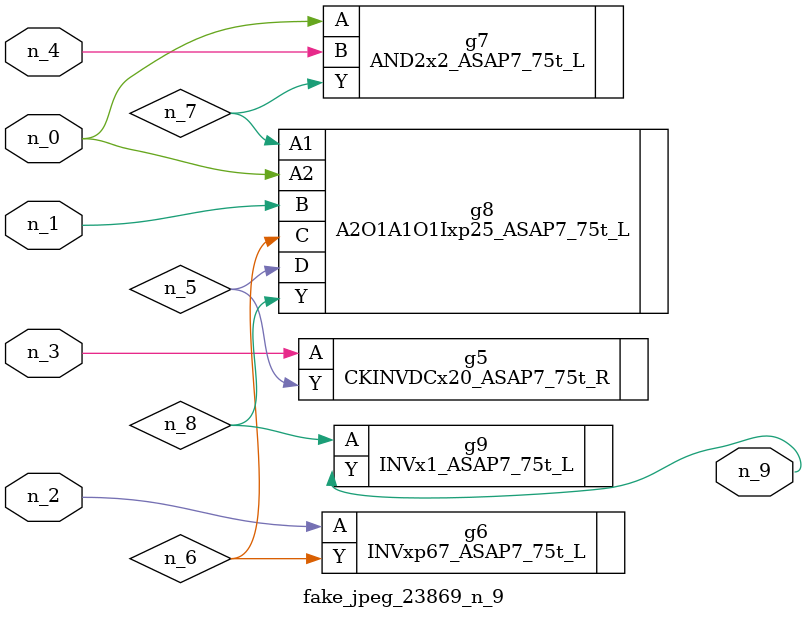
<source format=v>
module fake_jpeg_23869_n_9 (n_3, n_2, n_1, n_0, n_4, n_9);

input n_3;
input n_2;
input n_1;
input n_0;
input n_4;

output n_9;

wire n_8;
wire n_6;
wire n_5;
wire n_7;

CKINVDCx20_ASAP7_75t_R g5 ( 
.A(n_3),
.Y(n_5)
);

INVxp67_ASAP7_75t_L g6 ( 
.A(n_2),
.Y(n_6)
);

AND2x2_ASAP7_75t_L g7 ( 
.A(n_0),
.B(n_4),
.Y(n_7)
);

A2O1A1O1Ixp25_ASAP7_75t_L g8 ( 
.A1(n_7),
.A2(n_0),
.B(n_1),
.C(n_6),
.D(n_5),
.Y(n_8)
);

INVx1_ASAP7_75t_L g9 ( 
.A(n_8),
.Y(n_9)
);


endmodule
</source>
